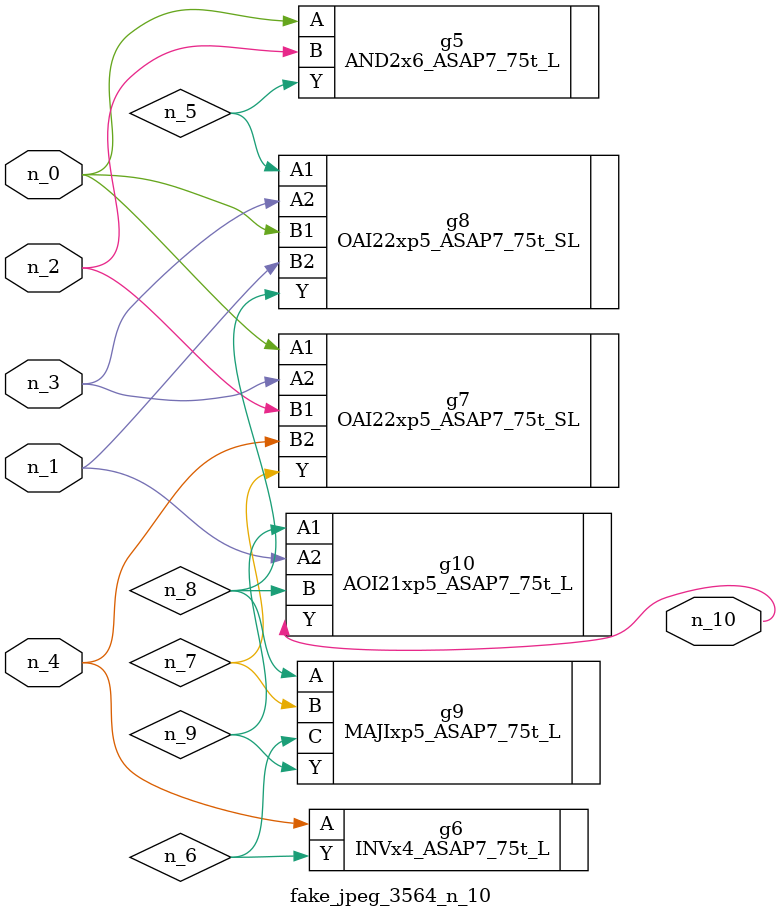
<source format=v>
module fake_jpeg_3564_n_10 (n_3, n_2, n_1, n_0, n_4, n_10);

input n_3;
input n_2;
input n_1;
input n_0;
input n_4;

output n_10;

wire n_8;
wire n_9;
wire n_6;
wire n_5;
wire n_7;

AND2x6_ASAP7_75t_L g5 ( 
.A(n_0),
.B(n_2),
.Y(n_5)
);

INVx4_ASAP7_75t_L g6 ( 
.A(n_4),
.Y(n_6)
);

OAI22xp5_ASAP7_75t_SL g7 ( 
.A1(n_0),
.A2(n_3),
.B1(n_2),
.B2(n_4),
.Y(n_7)
);

OAI22xp5_ASAP7_75t_SL g8 ( 
.A1(n_5),
.A2(n_3),
.B1(n_0),
.B2(n_1),
.Y(n_8)
);

MAJIxp5_ASAP7_75t_L g9 ( 
.A(n_8),
.B(n_7),
.C(n_6),
.Y(n_9)
);

AOI21xp5_ASAP7_75t_L g10 ( 
.A1(n_9),
.A2(n_1),
.B(n_8),
.Y(n_10)
);


endmodule
</source>
